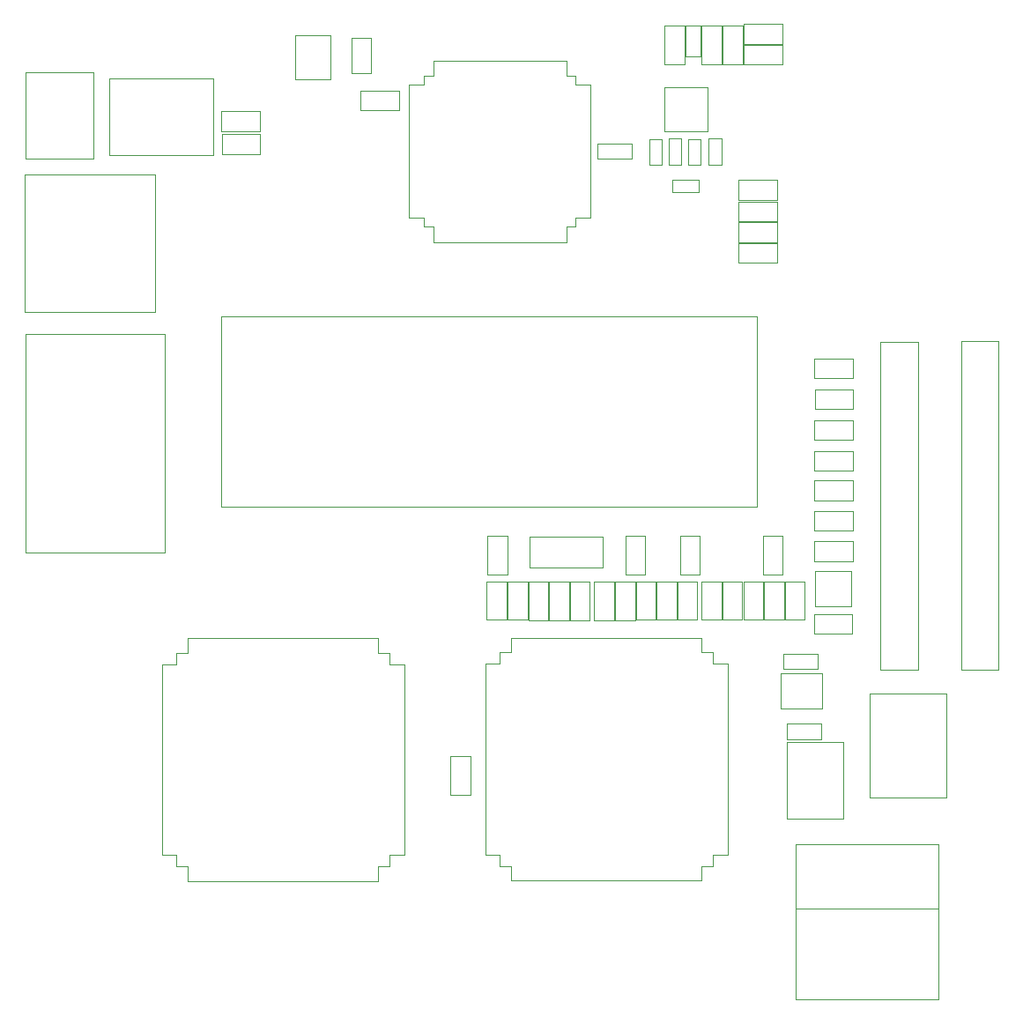
<source format=gbr>
G04 #@! TF.GenerationSoftware,KiCad,Pcbnew,(5.1.2-1)-1*
G04 #@! TF.CreationDate,2020-09-17T21:50:52+01:00*
G04 #@! TF.ProjectId,tranZPUter-SW-700_v1_2,7472616e-5a50-4557-9465-722d53572d37,rev?*
G04 #@! TF.SameCoordinates,Original*
G04 #@! TF.FileFunction,Other,User*
%FSLAX46Y46*%
G04 Gerber Fmt 4.6, Leading zero omitted, Abs format (unit mm)*
G04 Created by KiCad (PCBNEW (5.1.2-1)-1) date 2020-09-17 21:50:52*
%MOMM*%
%LPD*%
G04 APERTURE LIST*
%ADD10C,0.050000*%
G04 APERTURE END LIST*
D10*
X176380000Y-102960000D02*
X180080000Y-102960000D01*
X176380000Y-104860000D02*
X176380000Y-102960000D01*
X180080000Y-104860000D02*
X176380000Y-104860000D01*
X180080000Y-102960000D02*
X180080000Y-104860000D01*
X152960000Y-103550000D02*
X152960000Y-99850000D01*
X154860000Y-103550000D02*
X152960000Y-103550000D01*
X154860000Y-99850000D02*
X154860000Y-103550000D01*
X152960000Y-99850000D02*
X154860000Y-99850000D01*
X163290000Y-103540000D02*
X163290000Y-99840000D01*
X165190000Y-103540000D02*
X163290000Y-103540000D01*
X165190000Y-99840000D02*
X165190000Y-103540000D01*
X163290000Y-99840000D02*
X165190000Y-99840000D01*
X173600000Y-103540000D02*
X173600000Y-99840000D01*
X175500000Y-103540000D02*
X173600000Y-103540000D01*
X175500000Y-99840000D02*
X175500000Y-103540000D01*
X173600000Y-99840000D02*
X175500000Y-99840000D01*
X180160000Y-83290000D02*
X176460000Y-83290000D01*
X180160000Y-81390000D02*
X180160000Y-83290000D01*
X176460000Y-81390000D02*
X180160000Y-81390000D01*
X176460000Y-83290000D02*
X176460000Y-81390000D01*
X180110000Y-97890000D02*
X176410000Y-97890000D01*
X180110000Y-95990000D02*
X180110000Y-97890000D01*
X176410000Y-95990000D02*
X180110000Y-95990000D01*
X176410000Y-97890000D02*
X176410000Y-95990000D01*
X176430000Y-90170000D02*
X180130000Y-90170000D01*
X176430000Y-92070000D02*
X176430000Y-90170000D01*
X180130000Y-92070000D02*
X176430000Y-92070000D01*
X180130000Y-90170000D02*
X180130000Y-92070000D01*
X180110000Y-94980000D02*
X176410000Y-94980000D01*
X180110000Y-93080000D02*
X180110000Y-94980000D01*
X176410000Y-93080000D02*
X180110000Y-93080000D01*
X176410000Y-94980000D02*
X176410000Y-93080000D01*
X158290000Y-99180000D02*
X158290000Y-95480000D01*
X160190000Y-99180000D02*
X158290000Y-99180000D01*
X160190000Y-95480000D02*
X160190000Y-99180000D01*
X158290000Y-95480000D02*
X160190000Y-95480000D01*
X171480000Y-99160000D02*
X171480000Y-95460000D01*
X173380000Y-99160000D02*
X171480000Y-99160000D01*
X173380000Y-95460000D02*
X173380000Y-99160000D01*
X171480000Y-95460000D02*
X173380000Y-95460000D01*
X145040000Y-99160000D02*
X145040000Y-95460000D01*
X146940000Y-99160000D02*
X145040000Y-99160000D01*
X146940000Y-95460000D02*
X146940000Y-99160000D01*
X145040000Y-95460000D02*
X146940000Y-95460000D01*
X163550000Y-99190000D02*
X163550000Y-95490000D01*
X165450000Y-99190000D02*
X163550000Y-99190000D01*
X165450000Y-95490000D02*
X165450000Y-99190000D01*
X163550000Y-95490000D02*
X165450000Y-95490000D01*
X176450000Y-78410000D02*
X180150000Y-78410000D01*
X176450000Y-80310000D02*
X176450000Y-78410000D01*
X180150000Y-80310000D02*
X176450000Y-80310000D01*
X180150000Y-78410000D02*
X180150000Y-80310000D01*
X176450000Y-87340000D02*
X180150000Y-87340000D01*
X176450000Y-89240000D02*
X176450000Y-87340000D01*
X180150000Y-89240000D02*
X176450000Y-89240000D01*
X180150000Y-87340000D02*
X180150000Y-89240000D01*
X176450000Y-84350000D02*
X180150000Y-84350000D01*
X176450000Y-86250000D02*
X176450000Y-84350000D01*
X180150000Y-86250000D02*
X176450000Y-86250000D01*
X180150000Y-84350000D02*
X180150000Y-86250000D01*
X144960000Y-103540000D02*
X144960000Y-99840000D01*
X146860000Y-103540000D02*
X144960000Y-103540000D01*
X146860000Y-99840000D02*
X146860000Y-103540000D01*
X144960000Y-99840000D02*
X146860000Y-99840000D01*
X146960000Y-103540000D02*
X146960000Y-99840000D01*
X148860000Y-103540000D02*
X146960000Y-103540000D01*
X148860000Y-99840000D02*
X148860000Y-103540000D01*
X146960000Y-99840000D02*
X148860000Y-99840000D01*
X148970000Y-103550000D02*
X148970000Y-99850000D01*
X150870000Y-103550000D02*
X148970000Y-103550000D01*
X150870000Y-99850000D02*
X150870000Y-103550000D01*
X148970000Y-99850000D02*
X150870000Y-99850000D01*
X150960000Y-103550000D02*
X150960000Y-99850000D01*
X152860000Y-103550000D02*
X150960000Y-103550000D01*
X152860000Y-99850000D02*
X152860000Y-103550000D01*
X150960000Y-99850000D02*
X152860000Y-99850000D01*
X155290000Y-103550000D02*
X155290000Y-99850000D01*
X157190000Y-103550000D02*
X155290000Y-103550000D01*
X157190000Y-99850000D02*
X157190000Y-103550000D01*
X155290000Y-99850000D02*
X157190000Y-99850000D01*
X157290000Y-103550000D02*
X157290000Y-99850000D01*
X159190000Y-103550000D02*
X157290000Y-103550000D01*
X159190000Y-99850000D02*
X159190000Y-103550000D01*
X157290000Y-99850000D02*
X159190000Y-99850000D01*
X159290000Y-103540000D02*
X159290000Y-99840000D01*
X161190000Y-103540000D02*
X159290000Y-103540000D01*
X161190000Y-99840000D02*
X161190000Y-103540000D01*
X159290000Y-99840000D02*
X161190000Y-99840000D01*
X161290000Y-103540000D02*
X161290000Y-99840000D01*
X163190000Y-103540000D02*
X161290000Y-103540000D01*
X163190000Y-99840000D02*
X163190000Y-103540000D01*
X161290000Y-99840000D02*
X163190000Y-99840000D01*
X165610000Y-103530000D02*
X165610000Y-99830000D01*
X167510000Y-103530000D02*
X165610000Y-103530000D01*
X167510000Y-99830000D02*
X167510000Y-103530000D01*
X165610000Y-99830000D02*
X167510000Y-99830000D01*
X167610000Y-103540000D02*
X167610000Y-99840000D01*
X169510000Y-103540000D02*
X167610000Y-103540000D01*
X169510000Y-99840000D02*
X169510000Y-103540000D01*
X167610000Y-99840000D02*
X169510000Y-99840000D01*
X169610000Y-103540000D02*
X169610000Y-99840000D01*
X171510000Y-103540000D02*
X169610000Y-103540000D01*
X171510000Y-99840000D02*
X171510000Y-103540000D01*
X169610000Y-99840000D02*
X171510000Y-99840000D01*
X171600000Y-103530000D02*
X171600000Y-99830000D01*
X173500000Y-103530000D02*
X171600000Y-103530000D01*
X173500000Y-99830000D02*
X173500000Y-103530000D01*
X171600000Y-99830000D02*
X173500000Y-99830000D01*
X136520000Y-54590000D02*
X132820000Y-54590000D01*
X136520000Y-52690000D02*
X136520000Y-54590000D01*
X132820000Y-52690000D02*
X136520000Y-52690000D01*
X132820000Y-54590000D02*
X132820000Y-52690000D01*
X176470000Y-98860000D02*
X179970000Y-98860000D01*
X176470000Y-102260000D02*
X176470000Y-98860000D01*
X179970000Y-102260000D02*
X176470000Y-102260000D01*
X179970000Y-98860000D02*
X179970000Y-102260000D01*
X149090000Y-95510000D02*
X149090000Y-98510000D01*
X156090000Y-95510000D02*
X149090000Y-95510000D01*
X156090000Y-98510000D02*
X156090000Y-95510000D01*
X149090000Y-98510000D02*
X156090000Y-98510000D01*
X194130000Y-76790000D02*
X190530000Y-76790000D01*
X194130000Y-108340000D02*
X194130000Y-76790000D01*
X190530000Y-108340000D02*
X194130000Y-108340000D01*
X190530000Y-76790000D02*
X190530000Y-108340000D01*
X186380000Y-76800000D02*
X182780000Y-76800000D01*
X186380000Y-108350000D02*
X186380000Y-76800000D01*
X182780000Y-108350000D02*
X186380000Y-108350000D01*
X182780000Y-76800000D02*
X182780000Y-108350000D01*
X158910000Y-59260000D02*
X155610000Y-59260000D01*
X158910000Y-57800000D02*
X158910000Y-59260000D01*
X155610000Y-57800000D02*
X158910000Y-57800000D01*
X155610000Y-59260000D02*
X155610000Y-57800000D01*
X174620000Y-140000000D02*
X174620000Y-125100000D01*
X188370000Y-125100000D02*
X188370000Y-140000000D01*
X188370000Y-140000000D02*
X174620000Y-140000000D01*
X174620000Y-125100000D02*
X188370000Y-125100000D01*
X174620000Y-131240000D02*
X188370000Y-131240000D01*
X188370000Y-131240000D02*
X188370000Y-125090000D01*
X188370000Y-125090000D02*
X174620000Y-125090000D01*
X174620000Y-125090000D02*
X174620000Y-131240000D01*
X113100000Y-60770000D02*
X100550000Y-60770000D01*
X113100000Y-73950000D02*
X113100000Y-60770000D01*
X100550000Y-73950000D02*
X113100000Y-73950000D01*
X100550000Y-60770000D02*
X100550000Y-73950000D01*
X137480000Y-52130000D02*
X137480000Y-58530000D01*
X138950000Y-52130000D02*
X137480000Y-52130000D01*
X138950000Y-51280000D02*
X138950000Y-52130000D01*
X139800000Y-51280000D02*
X138950000Y-51280000D01*
X139800000Y-49810000D02*
X139800000Y-51280000D01*
X146200000Y-49810000D02*
X139800000Y-49810000D01*
X154920000Y-52130000D02*
X154920000Y-58530000D01*
X153450000Y-52130000D02*
X154920000Y-52130000D01*
X153450000Y-51280000D02*
X153450000Y-52130000D01*
X152600000Y-51280000D02*
X153450000Y-51280000D01*
X152600000Y-49810000D02*
X152600000Y-51280000D01*
X146200000Y-49810000D02*
X152600000Y-49810000D01*
X137480000Y-64930000D02*
X137480000Y-58530000D01*
X138950000Y-64930000D02*
X137480000Y-64930000D01*
X138950000Y-65780000D02*
X138950000Y-64930000D01*
X139800000Y-65780000D02*
X138950000Y-65780000D01*
X139800000Y-67250000D02*
X139800000Y-65780000D01*
X146200000Y-67250000D02*
X139800000Y-67250000D01*
X154920000Y-64930000D02*
X154920000Y-58530000D01*
X153450000Y-64930000D02*
X154920000Y-64930000D01*
X153450000Y-65780000D02*
X153450000Y-64930000D01*
X152600000Y-65780000D02*
X153450000Y-65780000D01*
X152600000Y-67250000D02*
X152600000Y-65780000D01*
X146200000Y-67250000D02*
X152600000Y-67250000D01*
X169120000Y-61300000D02*
X172820000Y-61300000D01*
X169120000Y-63200000D02*
X169120000Y-61300000D01*
X172820000Y-63200000D02*
X169120000Y-63200000D01*
X172820000Y-61300000D02*
X172820000Y-63200000D01*
X162450000Y-59820000D02*
X162450000Y-57320000D01*
X162450000Y-59820000D02*
X163650000Y-59820000D01*
X163650000Y-57320000D02*
X162450000Y-57320000D01*
X163650000Y-57320000D02*
X163650000Y-59820000D01*
X164330000Y-59840000D02*
X164330000Y-57340000D01*
X164330000Y-59840000D02*
X165530000Y-59840000D01*
X165530000Y-57340000D02*
X164330000Y-57340000D01*
X165530000Y-57340000D02*
X165530000Y-59840000D01*
X162790000Y-61270000D02*
X165290000Y-61270000D01*
X162790000Y-61270000D02*
X162790000Y-62470000D01*
X165290000Y-62470000D02*
X165290000Y-61270000D01*
X165290000Y-62470000D02*
X162790000Y-62470000D01*
X160550000Y-59830000D02*
X160550000Y-57330000D01*
X160550000Y-59830000D02*
X161750000Y-59830000D01*
X161750000Y-57330000D02*
X160550000Y-57330000D01*
X161750000Y-57330000D02*
X161750000Y-59830000D01*
X166290000Y-59820000D02*
X166290000Y-57320000D01*
X166290000Y-59820000D02*
X167490000Y-59820000D01*
X167490000Y-57320000D02*
X166290000Y-57320000D01*
X167490000Y-57320000D02*
X167490000Y-59820000D01*
X100660000Y-59220000D02*
X100660000Y-50950000D01*
X100660000Y-59220000D02*
X107120000Y-59220000D01*
X107120000Y-50950000D02*
X100660000Y-50950000D01*
X107120000Y-50950000D02*
X107120000Y-59220000D01*
X179230000Y-122660000D02*
X179230000Y-115260000D01*
X173830000Y-122660000D02*
X179230000Y-122660000D01*
X173830000Y-115260000D02*
X173830000Y-122660000D01*
X179230000Y-115260000D02*
X173830000Y-115260000D01*
X173830000Y-113530000D02*
X177130000Y-113530000D01*
X173830000Y-114990000D02*
X173830000Y-113530000D01*
X177130000Y-114990000D02*
X173830000Y-114990000D01*
X177130000Y-113530000D02*
X177130000Y-114990000D01*
X132000000Y-47610000D02*
X132000000Y-51010000D01*
X133800000Y-47610000D02*
X132000000Y-47610000D01*
X133800000Y-51010000D02*
X133800000Y-47610000D01*
X132000000Y-51010000D02*
X133800000Y-51010000D01*
X162000000Y-56600000D02*
X166200000Y-56600000D01*
X162000000Y-52400000D02*
X162000000Y-56600000D01*
X166200000Y-52400000D02*
X162000000Y-52400000D01*
X166200000Y-56600000D02*
X166200000Y-52400000D01*
X126570000Y-47410000D02*
X126570000Y-51610000D01*
X129970000Y-47410000D02*
X126570000Y-47410000D01*
X129970000Y-51610000D02*
X129970000Y-47410000D01*
X126570000Y-51610000D02*
X129970000Y-51610000D01*
X108650000Y-51490000D02*
X108650000Y-58890000D01*
X118650000Y-51490000D02*
X108650000Y-51490000D01*
X118650000Y-58890000D02*
X118650000Y-51490000D01*
X108650000Y-58890000D02*
X118650000Y-58890000D01*
X163950000Y-46450000D02*
X163950000Y-50150000D01*
X162050000Y-46450000D02*
X163950000Y-46450000D01*
X162050000Y-50150000D02*
X162050000Y-46450000D01*
X163950000Y-50150000D02*
X162050000Y-50150000D01*
X173330000Y-48200000D02*
X169630000Y-48200000D01*
X173330000Y-46300000D02*
X173330000Y-48200000D01*
X169630000Y-46300000D02*
X173330000Y-46300000D01*
X169630000Y-48200000D02*
X169630000Y-46300000D01*
X119430000Y-54670000D02*
X123130000Y-54670000D01*
X119430000Y-56570000D02*
X119430000Y-54670000D01*
X123130000Y-56570000D02*
X119430000Y-56570000D01*
X123130000Y-54670000D02*
X123130000Y-56570000D01*
X119500000Y-56880000D02*
X123200000Y-56880000D01*
X119500000Y-58780000D02*
X119500000Y-56880000D01*
X123200000Y-58780000D02*
X119500000Y-58780000D01*
X123200000Y-56880000D02*
X123200000Y-58780000D01*
X164060000Y-49410000D02*
X164060000Y-46450000D01*
X165520000Y-49410000D02*
X164060000Y-49410000D01*
X165520000Y-46450000D02*
X165520000Y-49410000D01*
X164060000Y-46450000D02*
X165520000Y-46450000D01*
X169640000Y-48270000D02*
X173340000Y-48270000D01*
X169640000Y-50170000D02*
X169640000Y-48270000D01*
X173340000Y-50170000D02*
X169640000Y-50170000D01*
X173340000Y-48270000D02*
X173340000Y-50170000D01*
X167620000Y-50150000D02*
X167620000Y-46450000D01*
X169520000Y-50150000D02*
X167620000Y-50150000D01*
X169520000Y-46450000D02*
X169520000Y-50150000D01*
X167620000Y-46450000D02*
X169520000Y-46450000D01*
X165610000Y-50150000D02*
X165610000Y-46450000D01*
X167510000Y-50150000D02*
X165610000Y-50150000D01*
X167510000Y-46450000D02*
X167510000Y-50150000D01*
X165610000Y-46450000D02*
X167510000Y-46450000D01*
X181730000Y-120580000D02*
X189130000Y-120580000D01*
X181730000Y-110580000D02*
X181730000Y-120580000D01*
X189130000Y-110580000D02*
X181730000Y-110580000D01*
X189130000Y-120580000D02*
X189130000Y-110580000D01*
X173180000Y-112030000D02*
X177180000Y-112030000D01*
X173180000Y-108630000D02*
X173180000Y-112030000D01*
X177180000Y-108630000D02*
X173180000Y-108630000D01*
X177180000Y-112030000D02*
X177180000Y-108630000D01*
X156460000Y-128580000D02*
X165610000Y-128580000D01*
X165610000Y-128580000D02*
X165610000Y-127180000D01*
X165610000Y-127180000D02*
X166710000Y-127180000D01*
X166710000Y-127180000D02*
X166710000Y-126080000D01*
X166710000Y-126080000D02*
X168110000Y-126080000D01*
X168110000Y-126080000D02*
X168110000Y-116930000D01*
X156460000Y-128580000D02*
X147310000Y-128580000D01*
X147310000Y-128580000D02*
X147310000Y-127180000D01*
X147310000Y-127180000D02*
X146210000Y-127180000D01*
X146210000Y-127180000D02*
X146210000Y-126080000D01*
X146210000Y-126080000D02*
X144810000Y-126080000D01*
X144810000Y-126080000D02*
X144810000Y-116930000D01*
X156460000Y-105280000D02*
X165610000Y-105280000D01*
X165610000Y-105280000D02*
X165610000Y-106680000D01*
X165610000Y-106680000D02*
X166710000Y-106680000D01*
X166710000Y-106680000D02*
X166710000Y-107780000D01*
X166710000Y-107780000D02*
X168110000Y-107780000D01*
X168110000Y-107780000D02*
X168110000Y-116930000D01*
X156460000Y-105280000D02*
X147310000Y-105280000D01*
X147310000Y-105280000D02*
X147310000Y-106680000D01*
X147310000Y-106680000D02*
X146210000Y-106680000D01*
X146210000Y-106680000D02*
X146210000Y-107780000D01*
X146210000Y-107780000D02*
X144810000Y-107780000D01*
X144810000Y-107780000D02*
X144810000Y-116930000D01*
X113730000Y-107820000D02*
X113730000Y-116970000D01*
X115130000Y-107820000D02*
X113730000Y-107820000D01*
X115130000Y-106720000D02*
X115130000Y-107820000D01*
X116230000Y-106720000D02*
X115130000Y-106720000D01*
X116230000Y-105320000D02*
X116230000Y-106720000D01*
X125380000Y-105320000D02*
X116230000Y-105320000D01*
X137030000Y-107820000D02*
X137030000Y-116970000D01*
X135630000Y-107820000D02*
X137030000Y-107820000D01*
X135630000Y-106720000D02*
X135630000Y-107820000D01*
X134530000Y-106720000D02*
X135630000Y-106720000D01*
X134530000Y-105320000D02*
X134530000Y-106720000D01*
X125380000Y-105320000D02*
X134530000Y-105320000D01*
X113730000Y-126120000D02*
X113730000Y-116970000D01*
X115130000Y-126120000D02*
X113730000Y-126120000D01*
X115130000Y-127220000D02*
X115130000Y-126120000D01*
X116230000Y-127220000D02*
X115130000Y-127220000D01*
X116230000Y-128620000D02*
X116230000Y-127220000D01*
X125380000Y-128620000D02*
X116230000Y-128620000D01*
X137030000Y-126120000D02*
X137030000Y-116970000D01*
X135630000Y-126120000D02*
X137030000Y-126120000D01*
X135630000Y-127220000D02*
X135630000Y-126120000D01*
X134530000Y-127220000D02*
X135630000Y-127220000D01*
X134530000Y-128620000D02*
X134530000Y-127220000D01*
X125380000Y-128620000D02*
X134530000Y-128620000D01*
X143370000Y-116670000D02*
X143370000Y-120370000D01*
X141470000Y-116670000D02*
X143370000Y-116670000D01*
X141470000Y-120370000D02*
X141470000Y-116670000D01*
X143370000Y-120370000D02*
X141470000Y-120370000D01*
X173470000Y-106810000D02*
X176770000Y-106810000D01*
X173470000Y-108270000D02*
X173470000Y-106810000D01*
X176770000Y-108270000D02*
X173470000Y-108270000D01*
X176770000Y-106810000D02*
X176770000Y-108270000D01*
X114030000Y-76050000D02*
X100630000Y-76050000D01*
X114030000Y-97050000D02*
X100630000Y-97050000D01*
X100630000Y-97050000D02*
X100630000Y-76050000D01*
X114030000Y-97050000D02*
X114030000Y-76050000D01*
X170905000Y-92706000D02*
X170905000Y-74356000D01*
X119455000Y-92706000D02*
X170905000Y-92706000D01*
X119455000Y-74356000D02*
X119455000Y-92706000D01*
X170905000Y-74356000D02*
X119455000Y-74356000D01*
X169140000Y-67350000D02*
X172840000Y-67350000D01*
X169140000Y-69250000D02*
X169140000Y-67350000D01*
X172840000Y-69250000D02*
X169140000Y-69250000D01*
X172840000Y-67350000D02*
X172840000Y-69250000D01*
X169130000Y-63350000D02*
X172830000Y-63350000D01*
X169130000Y-65250000D02*
X169130000Y-63350000D01*
X172830000Y-65250000D02*
X169130000Y-65250000D01*
X172830000Y-63350000D02*
X172830000Y-65250000D01*
X169140000Y-65360000D02*
X172840000Y-65360000D01*
X169140000Y-67260000D02*
X169140000Y-65360000D01*
X172840000Y-67260000D02*
X169140000Y-67260000D01*
X172840000Y-65360000D02*
X172840000Y-67260000D01*
M02*

</source>
